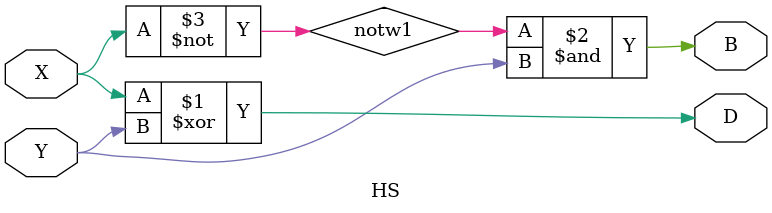
<source format=v>
module HS(B, D, X, Y);

output B, D;
input X, Y;

wire notw1;

xor (D, X, Y);
not (notw1, X);
and (B, notw1, Y);

endmodule
</source>
